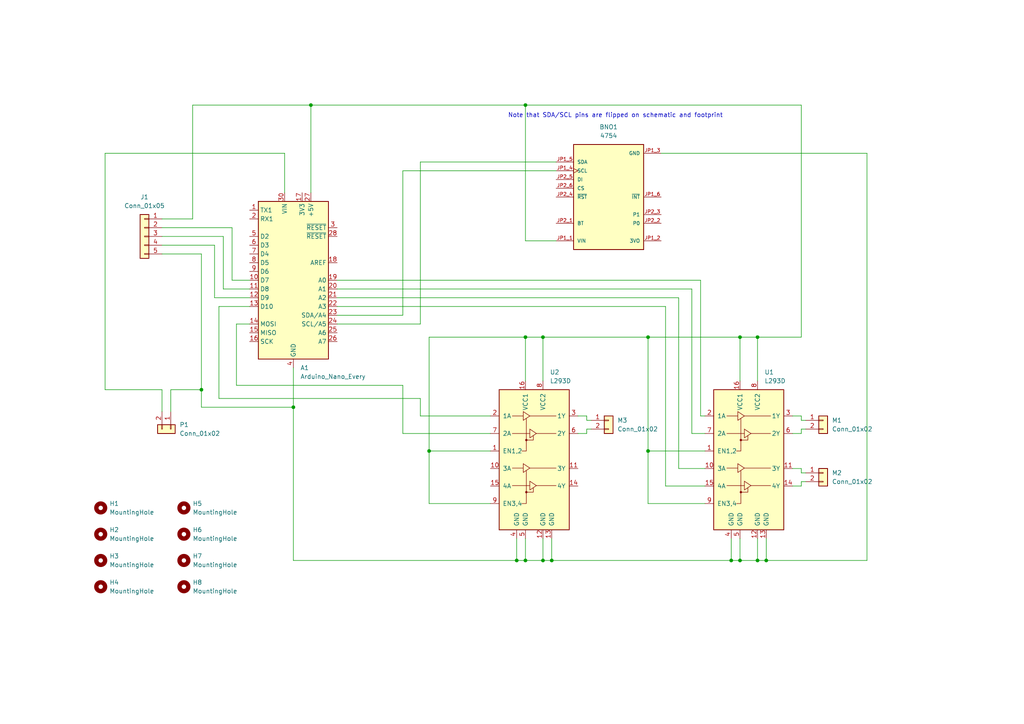
<source format=kicad_sch>
(kicad_sch (version 20211123) (generator eeschema)

  (uuid 6c7f5f91-564f-47d5-9a87-13eb90138f42)

  (paper "A4")

  (lib_symbols
    (symbol "Adafruit BNO055 Breakout:4754" (pin_names (offset 1.016)) (in_bom yes) (on_board yes)
      (property "Reference" "U" (id 0) (at -10.16 16.002 0)
        (effects (font (size 1.27 1.27)) (justify left bottom))
      )
      (property "Value" "4754" (id 1) (at -10.16 -17.78 0)
        (effects (font (size 1.27 1.27)) (justify left bottom))
      )
      (property "Footprint" "MODULE_4754" (id 2) (at 0 0 0)
        (effects (font (size 1.27 1.27)) (justify bottom) hide)
      )
      (property "Datasheet" "" (id 3) (at 0 0 0)
        (effects (font (size 1.27 1.27)) hide)
      )
      (property "MAXIMUM_PACKAGE_HEIGHT" "4.6mm" (id 4) (at 0 0 0)
        (effects (font (size 1.27 1.27)) (justify bottom) hide)
      )
      (property "STANDARD" "Manufacturer Recommendations" (id 5) (at 0 0 0)
        (effects (font (size 1.27 1.27)) (justify bottom) hide)
      )
      (property "SNAPEDA_PN" "4754" (id 6) (at 0 0 0)
        (effects (font (size 1.27 1.27)) (justify bottom) hide)
      )
      (property "PARTREV" "2021-03-16" (id 7) (at 0 0 0)
        (effects (font (size 1.27 1.27)) (justify bottom) hide)
      )
      (property "MANUFACTURER" "Adafruit" (id 8) (at 0 0 0)
        (effects (font (size 1.27 1.27)) (justify bottom) hide)
      )
      (symbol "4754_0_0"
        (rectangle (start -10.16 -15.24) (end 10.16 15.24)
          (stroke (width 0.254) (type default) (color 0 0 0 0))
          (fill (type background))
        )
        (pin input line (at -15.24 12.7 0) (length 5.08)
          (name "VIN" (effects (font (size 1.016 1.016))))
          (number "JP1_1" (effects (font (size 1.016 1.016))))
        )
        (pin output line (at 15.24 12.7 180) (length 5.08)
          (name "3VO" (effects (font (size 1.016 1.016))))
          (number "JP1_2" (effects (font (size 1.016 1.016))))
        )
        (pin power_in line (at 15.24 -12.7 180) (length 5.08)
          (name "GND" (effects (font (size 1.016 1.016))))
          (number "JP1_3" (effects (font (size 1.016 1.016))))
        )
        (pin bidirectional clock (at -15.24 -7.62 0) (length 5.08)
          (name "SCL" (effects (font (size 1.016 1.016))))
          (number "JP1_4" (effects (font (size 1.016 1.016))))
        )
        (pin bidirectional line (at -15.24 -10.16 0) (length 5.08)
          (name "SDA" (effects (font (size 1.016 1.016))))
          (number "JP1_5" (effects (font (size 1.016 1.016))))
        )
        (pin output line (at 15.24 0 180) (length 5.08)
          (name "~{INT}" (effects (font (size 1.016 1.016))))
          (number "JP1_6" (effects (font (size 1.016 1.016))))
        )
        (pin input line (at -15.24 7.62 0) (length 5.08)
          (name "BT" (effects (font (size 1.016 1.016))))
          (number "JP2_1" (effects (font (size 1.016 1.016))))
        )
        (pin bidirectional line (at 15.24 7.62 180) (length 5.08)
          (name "P0" (effects (font (size 1.016 1.016))))
          (number "JP2_2" (effects (font (size 1.016 1.016))))
        )
        (pin bidirectional line (at 15.24 5.08 180) (length 5.08)
          (name "P1" (effects (font (size 1.016 1.016))))
          (number "JP2_3" (effects (font (size 1.016 1.016))))
        )
        (pin input line (at -15.24 0 0) (length 5.08)
          (name "~{RST}" (effects (font (size 1.016 1.016))))
          (number "JP2_4" (effects (font (size 1.016 1.016))))
        )
        (pin input line (at -15.24 -5.08 0) (length 5.08)
          (name "DI" (effects (font (size 1.016 1.016))))
          (number "JP2_5" (effects (font (size 1.016 1.016))))
        )
        (pin input line (at -15.24 -2.54 0) (length 5.08)
          (name "CS" (effects (font (size 1.016 1.016))))
          (number "JP2_6" (effects (font (size 1.016 1.016))))
        )
      )
    )
    (symbol "Connector_Generic:Conn_01x02" (pin_names (offset 1.016) hide) (in_bom yes) (on_board yes)
      (property "Reference" "J" (id 0) (at 0 2.54 0)
        (effects (font (size 1.27 1.27)))
      )
      (property "Value" "Conn_01x02" (id 1) (at 0 -5.08 0)
        (effects (font (size 1.27 1.27)))
      )
      (property "Footprint" "" (id 2) (at 0 0 0)
        (effects (font (size 1.27 1.27)) hide)
      )
      (property "Datasheet" "~" (id 3) (at 0 0 0)
        (effects (font (size 1.27 1.27)) hide)
      )
      (property "ki_keywords" "connector" (id 4) (at 0 0 0)
        (effects (font (size 1.27 1.27)) hide)
      )
      (property "ki_description" "Generic connector, single row, 01x02, script generated (kicad-library-utils/schlib/autogen/connector/)" (id 5) (at 0 0 0)
        (effects (font (size 1.27 1.27)) hide)
      )
      (property "ki_fp_filters" "Connector*:*_1x??_*" (id 6) (at 0 0 0)
        (effects (font (size 1.27 1.27)) hide)
      )
      (symbol "Conn_01x02_1_1"
        (rectangle (start -1.27 -2.413) (end 0 -2.667)
          (stroke (width 0.1524) (type default) (color 0 0 0 0))
          (fill (type none))
        )
        (rectangle (start -1.27 0.127) (end 0 -0.127)
          (stroke (width 0.1524) (type default) (color 0 0 0 0))
          (fill (type none))
        )
        (rectangle (start -1.27 1.27) (end 1.27 -3.81)
          (stroke (width 0.254) (type default) (color 0 0 0 0))
          (fill (type background))
        )
        (pin passive line (at -5.08 0 0) (length 3.81)
          (name "Pin_1" (effects (font (size 1.27 1.27))))
          (number "1" (effects (font (size 1.27 1.27))))
        )
        (pin passive line (at -5.08 -2.54 0) (length 3.81)
          (name "Pin_2" (effects (font (size 1.27 1.27))))
          (number "2" (effects (font (size 1.27 1.27))))
        )
      )
    )
    (symbol "Connector_Generic:Conn_01x05" (pin_names (offset 1.016) hide) (in_bom yes) (on_board yes)
      (property "Reference" "J" (id 0) (at 0 7.62 0)
        (effects (font (size 1.27 1.27)))
      )
      (property "Value" "Conn_01x05" (id 1) (at 0 -7.62 0)
        (effects (font (size 1.27 1.27)))
      )
      (property "Footprint" "" (id 2) (at 0 0 0)
        (effects (font (size 1.27 1.27)) hide)
      )
      (property "Datasheet" "~" (id 3) (at 0 0 0)
        (effects (font (size 1.27 1.27)) hide)
      )
      (property "ki_keywords" "connector" (id 4) (at 0 0 0)
        (effects (font (size 1.27 1.27)) hide)
      )
      (property "ki_description" "Generic connector, single row, 01x05, script generated (kicad-library-utils/schlib/autogen/connector/)" (id 5) (at 0 0 0)
        (effects (font (size 1.27 1.27)) hide)
      )
      (property "ki_fp_filters" "Connector*:*_1x??_*" (id 6) (at 0 0 0)
        (effects (font (size 1.27 1.27)) hide)
      )
      (symbol "Conn_01x05_1_1"
        (rectangle (start -1.27 -4.953) (end 0 -5.207)
          (stroke (width 0.1524) (type default) (color 0 0 0 0))
          (fill (type none))
        )
        (rectangle (start -1.27 -2.413) (end 0 -2.667)
          (stroke (width 0.1524) (type default) (color 0 0 0 0))
          (fill (type none))
        )
        (rectangle (start -1.27 0.127) (end 0 -0.127)
          (stroke (width 0.1524) (type default) (color 0 0 0 0))
          (fill (type none))
        )
        (rectangle (start -1.27 2.667) (end 0 2.413)
          (stroke (width 0.1524) (type default) (color 0 0 0 0))
          (fill (type none))
        )
        (rectangle (start -1.27 5.207) (end 0 4.953)
          (stroke (width 0.1524) (type default) (color 0 0 0 0))
          (fill (type none))
        )
        (rectangle (start -1.27 6.35) (end 1.27 -6.35)
          (stroke (width 0.254) (type default) (color 0 0 0 0))
          (fill (type background))
        )
        (pin passive line (at -5.08 5.08 0) (length 3.81)
          (name "Pin_1" (effects (font (size 1.27 1.27))))
          (number "1" (effects (font (size 1.27 1.27))))
        )
        (pin passive line (at -5.08 2.54 0) (length 3.81)
          (name "Pin_2" (effects (font (size 1.27 1.27))))
          (number "2" (effects (font (size 1.27 1.27))))
        )
        (pin passive line (at -5.08 0 0) (length 3.81)
          (name "Pin_3" (effects (font (size 1.27 1.27))))
          (number "3" (effects (font (size 1.27 1.27))))
        )
        (pin passive line (at -5.08 -2.54 0) (length 3.81)
          (name "Pin_4" (effects (font (size 1.27 1.27))))
          (number "4" (effects (font (size 1.27 1.27))))
        )
        (pin passive line (at -5.08 -5.08 0) (length 3.81)
          (name "Pin_5" (effects (font (size 1.27 1.27))))
          (number "5" (effects (font (size 1.27 1.27))))
        )
      )
    )
    (symbol "Driver_Motor:L293D" (pin_names (offset 1.016)) (in_bom yes) (on_board yes)
      (property "Reference" "U" (id 0) (at -5.08 26.035 0)
        (effects (font (size 1.27 1.27)) (justify right))
      )
      (property "Value" "L293D" (id 1) (at -5.08 24.13 0)
        (effects (font (size 1.27 1.27)) (justify right))
      )
      (property "Footprint" "Package_DIP:DIP-16_W7.62mm" (id 2) (at 6.35 -19.05 0)
        (effects (font (size 1.27 1.27)) (justify left) hide)
      )
      (property "Datasheet" "http://www.ti.com/lit/ds/symlink/l293.pdf" (id 3) (at -7.62 17.78 0)
        (effects (font (size 1.27 1.27)) hide)
      )
      (property "ki_keywords" "Half-H Driver Motor" (id 4) (at 0 0 0)
        (effects (font (size 1.27 1.27)) hide)
      )
      (property "ki_description" "Quadruple Half-H Drivers" (id 5) (at 0 0 0)
        (effects (font (size 1.27 1.27)) hide)
      )
      (property "ki_fp_filters" "DIP*W7.62mm*" (id 6) (at 0 0 0)
        (effects (font (size 1.27 1.27)) hide)
      )
      (symbol "L293D_0_1"
        (rectangle (start -10.16 22.86) (end 10.16 -17.78)
          (stroke (width 0.254) (type default) (color 0 0 0 0))
          (fill (type background))
        )
        (circle (center -2.286 -6.858) (radius 0.254)
          (stroke (width 0) (type default) (color 0 0 0 0))
          (fill (type outline))
        )
        (circle (center -2.286 8.255) (radius 0.254)
          (stroke (width 0) (type default) (color 0 0 0 0))
          (fill (type outline))
        )
        (polyline
          (pts
            (xy -6.35 -4.953)
            (xy -1.27 -4.953)
          )
          (stroke (width 0) (type default) (color 0 0 0 0))
          (fill (type none))
        )
        (polyline
          (pts
            (xy -6.35 0.127)
            (xy -3.175 0.127)
          )
          (stroke (width 0) (type default) (color 0 0 0 0))
          (fill (type none))
        )
        (polyline
          (pts
            (xy -6.35 10.16)
            (xy -1.27 10.16)
          )
          (stroke (width 0) (type default) (color 0 0 0 0))
          (fill (type none))
        )
        (polyline
          (pts
            (xy -6.35 15.24)
            (xy -3.175 15.24)
          )
          (stroke (width 0) (type default) (color 0 0 0 0))
          (fill (type none))
        )
        (polyline
          (pts
            (xy -1.27 0.127)
            (xy 6.35 0.127)
          )
          (stroke (width 0) (type default) (color 0 0 0 0))
          (fill (type none))
        )
        (polyline
          (pts
            (xy -1.27 15.24)
            (xy 6.35 15.24)
          )
          (stroke (width 0) (type default) (color 0 0 0 0))
          (fill (type none))
        )
        (polyline
          (pts
            (xy 0.635 -4.953)
            (xy 6.35 -4.953)
          )
          (stroke (width 0) (type default) (color 0 0 0 0))
          (fill (type none))
        )
        (polyline
          (pts
            (xy 0.635 10.16)
            (xy 6.35 10.16)
          )
          (stroke (width 0) (type default) (color 0 0 0 0))
          (fill (type none))
        )
        (polyline
          (pts
            (xy -2.286 -6.858)
            (xy -0.254 -6.858)
            (xy -0.254 -5.588)
          )
          (stroke (width 0) (type default) (color 0 0 0 0))
          (fill (type none))
        )
        (polyline
          (pts
            (xy -2.286 -0.635)
            (xy -2.286 -10.16)
            (xy -3.556 -10.16)
          )
          (stroke (width 0) (type default) (color 0 0 0 0))
          (fill (type none))
        )
        (polyline
          (pts
            (xy -2.286 8.255)
            (xy -0.254 8.255)
            (xy -0.254 9.525)
          )
          (stroke (width 0) (type default) (color 0 0 0 0))
          (fill (type none))
        )
        (polyline
          (pts
            (xy -2.286 14.478)
            (xy -2.286 5.08)
            (xy -3.556 5.08)
          )
          (stroke (width 0) (type default) (color 0 0 0 0))
          (fill (type none))
        )
        (polyline
          (pts
            (xy -3.175 1.397)
            (xy -3.175 -1.143)
            (xy -1.27 0.127)
            (xy -3.175 1.397)
          )
          (stroke (width 0) (type default) (color 0 0 0 0))
          (fill (type none))
        )
        (polyline
          (pts
            (xy -3.175 16.51)
            (xy -3.175 13.97)
            (xy -1.27 15.24)
            (xy -3.175 16.51)
          )
          (stroke (width 0) (type default) (color 0 0 0 0))
          (fill (type none))
        )
        (polyline
          (pts
            (xy -1.27 -3.683)
            (xy -1.27 -6.223)
            (xy 0.635 -4.953)
            (xy -1.27 -3.683)
          )
          (stroke (width 0) (type default) (color 0 0 0 0))
          (fill (type none))
        )
        (polyline
          (pts
            (xy -1.27 11.43)
            (xy -1.27 8.89)
            (xy 0.635 10.16)
            (xy -1.27 11.43)
          )
          (stroke (width 0) (type default) (color 0 0 0 0))
          (fill (type none))
        )
      )
      (symbol "L293D_1_1"
        (pin input line (at -12.7 5.08 0) (length 2.54)
          (name "EN1,2" (effects (font (size 1.27 1.27))))
          (number "1" (effects (font (size 1.27 1.27))))
        )
        (pin input line (at -12.7 0 0) (length 2.54)
          (name "3A" (effects (font (size 1.27 1.27))))
          (number "10" (effects (font (size 1.27 1.27))))
        )
        (pin output line (at 12.7 0 180) (length 2.54)
          (name "3Y" (effects (font (size 1.27 1.27))))
          (number "11" (effects (font (size 1.27 1.27))))
        )
        (pin power_in line (at 2.54 -20.32 90) (length 2.54)
          (name "GND" (effects (font (size 1.27 1.27))))
          (number "12" (effects (font (size 1.27 1.27))))
        )
        (pin power_in line (at 5.08 -20.32 90) (length 2.54)
          (name "GND" (effects (font (size 1.27 1.27))))
          (number "13" (effects (font (size 1.27 1.27))))
        )
        (pin output line (at 12.7 -5.08 180) (length 2.54)
          (name "4Y" (effects (font (size 1.27 1.27))))
          (number "14" (effects (font (size 1.27 1.27))))
        )
        (pin input line (at -12.7 -5.08 0) (length 2.54)
          (name "4A" (effects (font (size 1.27 1.27))))
          (number "15" (effects (font (size 1.27 1.27))))
        )
        (pin power_in line (at -2.54 25.4 270) (length 2.54)
          (name "VCC1" (effects (font (size 1.27 1.27))))
          (number "16" (effects (font (size 1.27 1.27))))
        )
        (pin input line (at -12.7 15.24 0) (length 2.54)
          (name "1A" (effects (font (size 1.27 1.27))))
          (number "2" (effects (font (size 1.27 1.27))))
        )
        (pin output line (at 12.7 15.24 180) (length 2.54)
          (name "1Y" (effects (font (size 1.27 1.27))))
          (number "3" (effects (font (size 1.27 1.27))))
        )
        (pin power_in line (at -5.08 -20.32 90) (length 2.54)
          (name "GND" (effects (font (size 1.27 1.27))))
          (number "4" (effects (font (size 1.27 1.27))))
        )
        (pin power_in line (at -2.54 -20.32 90) (length 2.54)
          (name "GND" (effects (font (size 1.27 1.27))))
          (number "5" (effects (font (size 1.27 1.27))))
        )
        (pin output line (at 12.7 10.16 180) (length 2.54)
          (name "2Y" (effects (font (size 1.27 1.27))))
          (number "6" (effects (font (size 1.27 1.27))))
        )
        (pin input line (at -12.7 10.16 0) (length 2.54)
          (name "2A" (effects (font (size 1.27 1.27))))
          (number "7" (effects (font (size 1.27 1.27))))
        )
        (pin power_in line (at 2.54 25.4 270) (length 2.54)
          (name "VCC2" (effects (font (size 1.27 1.27))))
          (number "8" (effects (font (size 1.27 1.27))))
        )
        (pin input line (at -12.7 -10.16 0) (length 2.54)
          (name "EN3,4" (effects (font (size 1.27 1.27))))
          (number "9" (effects (font (size 1.27 1.27))))
        )
      )
    )
    (symbol "MCU_Module:Arduino_Nano_Every" (in_bom yes) (on_board yes)
      (property "Reference" "A" (id 0) (at -10.16 23.495 0)
        (effects (font (size 1.27 1.27)) (justify left bottom))
      )
      (property "Value" "Arduino_Nano_Every" (id 1) (at 5.08 -24.13 0)
        (effects (font (size 1.27 1.27)) (justify left top))
      )
      (property "Footprint" "Module:Arduino_Nano" (id 2) (at 0 0 0)
        (effects (font (size 1.27 1.27) italic) hide)
      )
      (property "Datasheet" "https://content.arduino.cc/assets/NANOEveryV3.0_sch.pdf" (id 3) (at 0 0 0)
        (effects (font (size 1.27 1.27)) hide)
      )
      (property "ki_keywords" "Arduino nano microcontroller module USB UPDI AATMega4809 AVR" (id 4) (at 0 0 0)
        (effects (font (size 1.27 1.27)) hide)
      )
      (property "ki_description" "Arduino Nano Every" (id 5) (at 0 0 0)
        (effects (font (size 1.27 1.27)) hide)
      )
      (property "ki_fp_filters" "Arduino*Nano*" (id 6) (at 0 0 0)
        (effects (font (size 1.27 1.27)) hide)
      )
      (symbol "Arduino_Nano_Every_0_1"
        (rectangle (start -10.16 22.86) (end 10.16 -22.86)
          (stroke (width 0.254) (type default) (color 0 0 0 0))
          (fill (type background))
        )
      )
      (symbol "Arduino_Nano_Every_1_1"
        (pin bidirectional line (at -12.7 20.32 0) (length 2.54)
          (name "TX1" (effects (font (size 1.27 1.27))))
          (number "1" (effects (font (size 1.27 1.27))))
        )
        (pin bidirectional line (at -12.7 0 0) (length 2.54)
          (name "D7" (effects (font (size 1.27 1.27))))
          (number "10" (effects (font (size 1.27 1.27))))
        )
        (pin bidirectional line (at -12.7 -2.54 0) (length 2.54)
          (name "D8" (effects (font (size 1.27 1.27))))
          (number "11" (effects (font (size 1.27 1.27))))
        )
        (pin bidirectional line (at -12.7 -5.08 0) (length 2.54)
          (name "D9" (effects (font (size 1.27 1.27))))
          (number "12" (effects (font (size 1.27 1.27))))
        )
        (pin bidirectional line (at -12.7 -7.62 0) (length 2.54)
          (name "D10" (effects (font (size 1.27 1.27))))
          (number "13" (effects (font (size 1.27 1.27))))
        )
        (pin bidirectional line (at -12.7 -12.7 0) (length 2.54)
          (name "MOSI" (effects (font (size 1.27 1.27))))
          (number "14" (effects (font (size 1.27 1.27))))
        )
        (pin bidirectional line (at -12.7 -15.24 0) (length 2.54)
          (name "MISO" (effects (font (size 1.27 1.27))))
          (number "15" (effects (font (size 1.27 1.27))))
        )
        (pin bidirectional line (at -12.7 -17.78 0) (length 2.54)
          (name "SCK" (effects (font (size 1.27 1.27))))
          (number "16" (effects (font (size 1.27 1.27))))
        )
        (pin power_out line (at 2.54 25.4 270) (length 2.54)
          (name "3V3" (effects (font (size 1.27 1.27))))
          (number "17" (effects (font (size 1.27 1.27))))
        )
        (pin input line (at 12.7 5.08 180) (length 2.54)
          (name "AREF" (effects (font (size 1.27 1.27))))
          (number "18" (effects (font (size 1.27 1.27))))
        )
        (pin bidirectional line (at 12.7 0 180) (length 2.54)
          (name "A0" (effects (font (size 1.27 1.27))))
          (number "19" (effects (font (size 1.27 1.27))))
        )
        (pin bidirectional line (at -12.7 17.78 0) (length 2.54)
          (name "RX1" (effects (font (size 1.27 1.27))))
          (number "2" (effects (font (size 1.27 1.27))))
        )
        (pin bidirectional line (at 12.7 -2.54 180) (length 2.54)
          (name "A1" (effects (font (size 1.27 1.27))))
          (number "20" (effects (font (size 1.27 1.27))))
        )
        (pin bidirectional line (at 12.7 -5.08 180) (length 2.54)
          (name "A2" (effects (font (size 1.27 1.27))))
          (number "21" (effects (font (size 1.27 1.27))))
        )
        (pin bidirectional line (at 12.7 -7.62 180) (length 2.54)
          (name "A3" (effects (font (size 1.27 1.27))))
          (number "22" (effects (font (size 1.27 1.27))))
        )
        (pin bidirectional line (at 12.7 -10.16 180) (length 2.54)
          (name "SDA/A4" (effects (font (size 1.27 1.27))))
          (number "23" (effects (font (size 1.27 1.27))))
        )
        (pin bidirectional line (at 12.7 -12.7 180) (length 2.54)
          (name "SCL/A5" (effects (font (size 1.27 1.27))))
          (number "24" (effects (font (size 1.27 1.27))))
        )
        (pin bidirectional line (at 12.7 -15.24 180) (length 2.54)
          (name "A6" (effects (font (size 1.27 1.27))))
          (number "25" (effects (font (size 1.27 1.27))))
        )
        (pin bidirectional line (at 12.7 -17.78 180) (length 2.54)
          (name "A7" (effects (font (size 1.27 1.27))))
          (number "26" (effects (font (size 1.27 1.27))))
        )
        (pin power_out line (at 5.08 25.4 270) (length 2.54)
          (name "+5V" (effects (font (size 1.27 1.27))))
          (number "27" (effects (font (size 1.27 1.27))))
        )
        (pin input line (at 12.7 12.7 180) (length 2.54)
          (name "~{RESET}" (effects (font (size 1.27 1.27))))
          (number "28" (effects (font (size 1.27 1.27))))
        )
        (pin passive line (at 0 -25.4 90) (length 2.54) hide
          (name "GND" (effects (font (size 1.27 1.27))))
          (number "29" (effects (font (size 1.27 1.27))))
        )
        (pin input line (at 12.7 15.24 180) (length 2.54)
          (name "~{RESET}" (effects (font (size 1.27 1.27))))
          (number "3" (effects (font (size 1.27 1.27))))
        )
        (pin power_in line (at -2.54 25.4 270) (length 2.54)
          (name "VIN" (effects (font (size 1.27 1.27))))
          (number "30" (effects (font (size 1.27 1.27))))
        )
        (pin power_in line (at 0 -25.4 90) (length 2.54)
          (name "GND" (effects (font (size 1.27 1.27))))
          (number "4" (effects (font (size 1.27 1.27))))
        )
        (pin bidirectional line (at -12.7 12.7 0) (length 2.54)
          (name "D2" (effects (font (size 1.27 1.27))))
          (number "5" (effects (font (size 1.27 1.27))))
        )
        (pin bidirectional line (at -12.7 10.16 0) (length 2.54)
          (name "D3" (effects (font (size 1.27 1.27))))
          (number "6" (effects (font (size 1.27 1.27))))
        )
        (pin bidirectional line (at -12.7 7.62 0) (length 2.54)
          (name "D4" (effects (font (size 1.27 1.27))))
          (number "7" (effects (font (size 1.27 1.27))))
        )
        (pin bidirectional line (at -12.7 5.08 0) (length 2.54)
          (name "D5" (effects (font (size 1.27 1.27))))
          (number "8" (effects (font (size 1.27 1.27))))
        )
        (pin bidirectional line (at -12.7 2.54 0) (length 2.54)
          (name "D6" (effects (font (size 1.27 1.27))))
          (number "9" (effects (font (size 1.27 1.27))))
        )
      )
    )
    (symbol "Mechanical:MountingHole" (pin_names (offset 1.016)) (in_bom yes) (on_board yes)
      (property "Reference" "H" (id 0) (at 0 5.08 0)
        (effects (font (size 1.27 1.27)))
      )
      (property "Value" "MountingHole" (id 1) (at 0 3.175 0)
        (effects (font (size 1.27 1.27)))
      )
      (property "Footprint" "" (id 2) (at 0 0 0)
        (effects (font (size 1.27 1.27)) hide)
      )
      (property "Datasheet" "~" (id 3) (at 0 0 0)
        (effects (font (size 1.27 1.27)) hide)
      )
      (property "ki_keywords" "mounting hole" (id 4) (at 0 0 0)
        (effects (font (size 1.27 1.27)) hide)
      )
      (property "ki_description" "Mounting Hole without connection" (id 5) (at 0 0 0)
        (effects (font (size 1.27 1.27)) hide)
      )
      (property "ki_fp_filters" "MountingHole*" (id 6) (at 0 0 0)
        (effects (font (size 1.27 1.27)) hide)
      )
      (symbol "MountingHole_0_1"
        (circle (center 0 0) (radius 1.27)
          (stroke (width 1.27) (type default) (color 0 0 0 0))
          (fill (type none))
        )
      )
    )
  )

  (junction (at 152.4 30.48) (diameter 0) (color 0 0 0 0)
    (uuid 18040abd-ac7d-46f2-bc8c-c85b0bff8ed5)
  )
  (junction (at 152.4 162.56) (diameter 0) (color 0 0 0 0)
    (uuid 1f68fad0-5723-4488-8121-1b43c1687ce6)
  )
  (junction (at 187.96 130.81) (diameter 0) (color 0 0 0 0)
    (uuid 47aba67f-53ff-40de-a5ad-45d7464e3b3e)
  )
  (junction (at 157.48 162.56) (diameter 0) (color 0 0 0 0)
    (uuid 4afedc0f-5db1-4f9c-9e01-d911a9924ed2)
  )
  (junction (at 219.71 162.56) (diameter 0) (color 0 0 0 0)
    (uuid 4e151272-992e-4dc3-aa56-2e0ec672e172)
  )
  (junction (at 212.09 162.56) (diameter 0) (color 0 0 0 0)
    (uuid 601bb9a5-ee51-4350-aee5-9f6fc9c3863e)
  )
  (junction (at 90.17 30.48) (diameter 0) (color 0 0 0 0)
    (uuid 66096b7e-a674-4d92-8278-2361c604b34c)
  )
  (junction (at 124.46 130.81) (diameter 0) (color 0 0 0 0)
    (uuid 6f1dc823-9add-422c-a647-efe8112f8e93)
  )
  (junction (at 187.96 97.79) (diameter 0) (color 0 0 0 0)
    (uuid 7626b27a-3098-4749-b811-2ad3e8ec2a8c)
  )
  (junction (at 160.02 162.56) (diameter 0) (color 0 0 0 0)
    (uuid 7ff45c41-4085-4e64-b8c7-a81fe10bc9cc)
  )
  (junction (at 157.48 97.79) (diameter 0) (color 0 0 0 0)
    (uuid 8708cbd4-ce49-4335-965e-10ad8f07b181)
  )
  (junction (at 219.71 97.79) (diameter 0) (color 0 0 0 0)
    (uuid 9d323be9-ab21-469c-8e84-ee02c8deed49)
  )
  (junction (at 214.63 97.79) (diameter 0) (color 0 0 0 0)
    (uuid ab34dd7c-ec35-4e41-8883-9fe77eeae70d)
  )
  (junction (at 222.25 162.56) (diameter 0) (color 0 0 0 0)
    (uuid b2e8abd2-9eef-44e1-b126-2306b68833d6)
  )
  (junction (at 85.09 118.11) (diameter 0) (color 0 0 0 0)
    (uuid b58c90f9-c58d-4571-9450-734c6356f505)
  )
  (junction (at 149.86 162.56) (diameter 0) (color 0 0 0 0)
    (uuid b5a9de42-a982-4610-aae2-37544eba5fa5)
  )
  (junction (at 152.4 97.79) (diameter 0) (color 0 0 0 0)
    (uuid c9192dee-53e8-48fb-9cc3-e245b777bcbc)
  )
  (junction (at 58.42 113.03) (diameter 0) (color 0 0 0 0)
    (uuid ced6e0aa-f9fb-4772-86dd-0ff8e9e4b181)
  )
  (junction (at 214.63 162.56) (diameter 0) (color 0 0 0 0)
    (uuid f1b5f003-1961-4182-96fe-73e62adf7704)
  )

  (wire (pts (xy 193.04 88.9) (xy 97.79 88.9))
    (stroke (width 0) (type default) (color 0 0 0 0))
    (uuid 0225b381-39cc-44a0-ad7f-839cd39f85cc)
  )
  (wire (pts (xy 124.46 130.81) (xy 142.24 130.81))
    (stroke (width 0) (type default) (color 0 0 0 0))
    (uuid 03f0c967-82d9-43f0-b2a0-c9b42747cdd6)
  )
  (wire (pts (xy 196.85 135.89) (xy 204.47 135.89))
    (stroke (width 0) (type default) (color 0 0 0 0))
    (uuid 053ee187-c5d7-465c-a4c1-e18a73b5ebf3)
  )
  (wire (pts (xy 124.46 146.05) (xy 124.46 130.81))
    (stroke (width 0) (type default) (color 0 0 0 0))
    (uuid 0601a26f-3525-4d47-acfa-4a88501def01)
  )
  (wire (pts (xy 58.42 73.66) (xy 46.99 73.66))
    (stroke (width 0) (type default) (color 0 0 0 0))
    (uuid 07690cae-e7d2-47a3-b891-0f9a296ded7b)
  )
  (wire (pts (xy 219.71 97.79) (xy 232.41 97.79))
    (stroke (width 0) (type default) (color 0 0 0 0))
    (uuid 0d527792-dea3-4c62-b15b-3e0f0b2e3169)
  )
  (wire (pts (xy 124.46 97.79) (xy 152.4 97.79))
    (stroke (width 0) (type default) (color 0 0 0 0))
    (uuid 0fe69493-9e23-47e0-a475-5d23c59a7014)
  )
  (wire (pts (xy 157.48 156.21) (xy 157.48 162.56))
    (stroke (width 0) (type default) (color 0 0 0 0))
    (uuid 13ae91f2-d19b-4fb0-9c38-97d663ceab7f)
  )
  (wire (pts (xy 97.79 93.98) (xy 121.92 93.98))
    (stroke (width 0) (type default) (color 0 0 0 0))
    (uuid 165750ec-b107-4b07-bd71-6a92d100bb59)
  )
  (wire (pts (xy 46.99 63.5) (xy 55.88 63.5))
    (stroke (width 0) (type default) (color 0 0 0 0))
    (uuid 1f3f0237-15c3-4218-a681-8f6850ad8683)
  )
  (wire (pts (xy 232.41 137.16) (xy 233.68 137.16))
    (stroke (width 0) (type default) (color 0 0 0 0))
    (uuid 285bfe0f-b68a-42c4-a54a-7f170e1bfbb0)
  )
  (wire (pts (xy 229.87 140.97) (xy 232.41 140.97))
    (stroke (width 0) (type default) (color 0 0 0 0))
    (uuid 28c885cd-2dd2-4ad4-84b2-4fbf616b487a)
  )
  (wire (pts (xy 72.39 81.28) (xy 67.31 81.28))
    (stroke (width 0) (type default) (color 0 0 0 0))
    (uuid 296eebe0-2cdf-497f-8fbd-c8a785b5bf7f)
  )
  (wire (pts (xy 121.92 115.57) (xy 121.92 120.65))
    (stroke (width 0) (type default) (color 0 0 0 0))
    (uuid 29859592-0854-4b53-ac24-66279c3cfff1)
  )
  (wire (pts (xy 232.41 135.89) (xy 232.41 137.16))
    (stroke (width 0) (type default) (color 0 0 0 0))
    (uuid 2b430b3f-a0be-4daa-9096-582b0a3c4c71)
  )
  (wire (pts (xy 97.79 86.36) (xy 196.85 86.36))
    (stroke (width 0) (type default) (color 0 0 0 0))
    (uuid 326a20a9-ade2-4b8a-b3f9-517261230db9)
  )
  (wire (pts (xy 30.48 44.45) (xy 30.48 113.03))
    (stroke (width 0) (type default) (color 0 0 0 0))
    (uuid 34cc8c41-9c70-4f83-b699-8aacf767849f)
  )
  (wire (pts (xy 152.4 156.21) (xy 152.4 162.56))
    (stroke (width 0) (type default) (color 0 0 0 0))
    (uuid 36ecd850-e865-494b-b549-76f6009d97c9)
  )
  (wire (pts (xy 219.71 162.56) (xy 222.25 162.56))
    (stroke (width 0) (type default) (color 0 0 0 0))
    (uuid 377e58cf-48ba-42b5-9b76-4f1e4583ba43)
  )
  (wire (pts (xy 204.47 125.73) (xy 200.66 125.73))
    (stroke (width 0) (type default) (color 0 0 0 0))
    (uuid 393e8be2-f7bb-47b3-8924-665f2fbd49f9)
  )
  (wire (pts (xy 124.46 130.81) (xy 124.46 97.79))
    (stroke (width 0) (type default) (color 0 0 0 0))
    (uuid 3aea0a2b-5617-46ed-b264-756882576a9f)
  )
  (wire (pts (xy 97.79 81.28) (xy 203.2 81.28))
    (stroke (width 0) (type default) (color 0 0 0 0))
    (uuid 3caaa61f-4e6a-4e13-920f-0111dfe5f7c2)
  )
  (wire (pts (xy 219.71 156.21) (xy 219.71 162.56))
    (stroke (width 0) (type default) (color 0 0 0 0))
    (uuid 439d9c8b-e6f5-4da2-aa7d-2bc99927b658)
  )
  (wire (pts (xy 149.86 156.21) (xy 149.86 162.56))
    (stroke (width 0) (type default) (color 0 0 0 0))
    (uuid 44060dab-4e14-4968-9468-d189155b7496)
  )
  (wire (pts (xy 160.02 162.56) (xy 212.09 162.56))
    (stroke (width 0) (type default) (color 0 0 0 0))
    (uuid 46242b95-7ccd-4257-a60b-162fc07309fe)
  )
  (wire (pts (xy 116.84 125.73) (xy 142.24 125.73))
    (stroke (width 0) (type default) (color 0 0 0 0))
    (uuid 493d1dc5-80a2-4dc4-b3d7-5f34beb5b9be)
  )
  (wire (pts (xy 58.42 113.03) (xy 58.42 73.66))
    (stroke (width 0) (type default) (color 0 0 0 0))
    (uuid 4e4aabb9-fbc2-4946-9e60-095ed452d533)
  )
  (wire (pts (xy 116.84 49.53) (xy 161.29 49.53))
    (stroke (width 0) (type default) (color 0 0 0 0))
    (uuid 51e503a3-9326-4662-bb1f-fdbc851c3c9e)
  )
  (wire (pts (xy 68.58 93.98) (xy 68.58 111.76))
    (stroke (width 0) (type default) (color 0 0 0 0))
    (uuid 56a10e80-5d72-4e1a-acaf-42fff5ee46f3)
  )
  (wire (pts (xy 167.64 120.65) (xy 170.18 120.65))
    (stroke (width 0) (type default) (color 0 0 0 0))
    (uuid 59f472d7-4a38-4dfa-bab8-4eca58239b58)
  )
  (wire (pts (xy 187.96 130.81) (xy 204.47 130.81))
    (stroke (width 0) (type default) (color 0 0 0 0))
    (uuid 5afb83ce-4554-41f7-9c6f-3093023b6513)
  )
  (wire (pts (xy 152.4 30.48) (xy 232.41 30.48))
    (stroke (width 0) (type default) (color 0 0 0 0))
    (uuid 5bb50623-146e-43af-a103-fe7fc542d72b)
  )
  (wire (pts (xy 193.04 140.97) (xy 193.04 88.9))
    (stroke (width 0) (type default) (color 0 0 0 0))
    (uuid 5d4cbb52-b2fb-484e-8685-3e1cafa2f107)
  )
  (wire (pts (xy 219.71 97.79) (xy 219.71 110.49))
    (stroke (width 0) (type default) (color 0 0 0 0))
    (uuid 5da1f130-7a1c-4dca-b145-a64df33dc1ea)
  )
  (wire (pts (xy 251.46 44.45) (xy 251.46 162.56))
    (stroke (width 0) (type default) (color 0 0 0 0))
    (uuid 5e579cdb-6eab-42a7-86ef-edc8f637ac25)
  )
  (wire (pts (xy 121.92 46.99) (xy 161.29 46.99))
    (stroke (width 0) (type default) (color 0 0 0 0))
    (uuid 6415f396-a274-4549-9581-2c3c4c5e2c1a)
  )
  (wire (pts (xy 85.09 106.68) (xy 85.09 118.11))
    (stroke (width 0) (type default) (color 0 0 0 0))
    (uuid 66ed94b2-33d0-4572-a318-9df3a63ab920)
  )
  (wire (pts (xy 167.64 125.73) (xy 170.18 125.73))
    (stroke (width 0) (type default) (color 0 0 0 0))
    (uuid 670ddc89-0cc3-4e3c-ba15-43a9ec6e0093)
  )
  (wire (pts (xy 214.63 97.79) (xy 214.63 110.49))
    (stroke (width 0) (type default) (color 0 0 0 0))
    (uuid 696dbe53-3cf8-41fa-9243-94234f204d08)
  )
  (wire (pts (xy 116.84 49.53) (xy 116.84 91.44))
    (stroke (width 0) (type default) (color 0 0 0 0))
    (uuid 69920704-4cb7-4bc7-984d-63591da1b432)
  )
  (wire (pts (xy 232.41 125.73) (xy 232.41 124.46))
    (stroke (width 0) (type default) (color 0 0 0 0))
    (uuid 6c740b65-9067-423a-99d2-6f1c6ccf710c)
  )
  (wire (pts (xy 232.41 121.92) (xy 233.68 121.92))
    (stroke (width 0) (type default) (color 0 0 0 0))
    (uuid 6e6366a2-70c9-4d99-a7d4-6735797f61de)
  )
  (wire (pts (xy 85.09 118.11) (xy 58.42 118.11))
    (stroke (width 0) (type default) (color 0 0 0 0))
    (uuid 6f942692-53c6-441d-a0ec-f85225a0f42a)
  )
  (wire (pts (xy 152.4 162.56) (xy 157.48 162.56))
    (stroke (width 0) (type default) (color 0 0 0 0))
    (uuid 7297063c-2afb-4e7b-acea-a6cca68712ec)
  )
  (wire (pts (xy 157.48 110.49) (xy 157.48 97.79))
    (stroke (width 0) (type default) (color 0 0 0 0))
    (uuid 74ef9bab-e7b0-4589-beaa-0496bea33398)
  )
  (wire (pts (xy 232.41 97.79) (xy 232.41 30.48))
    (stroke (width 0) (type default) (color 0 0 0 0))
    (uuid 75543a5c-8124-4e52-a101-f761467409f4)
  )
  (wire (pts (xy 200.66 125.73) (xy 200.66 83.82))
    (stroke (width 0) (type default) (color 0 0 0 0))
    (uuid 7707919e-dafe-4b46-b4b7-b819f8cbc860)
  )
  (wire (pts (xy 222.25 156.21) (xy 222.25 162.56))
    (stroke (width 0) (type default) (color 0 0 0 0))
    (uuid 7a52d326-478a-4c01-8f0a-65289781680d)
  )
  (wire (pts (xy 72.39 83.82) (xy 64.77 83.82))
    (stroke (width 0) (type default) (color 0 0 0 0))
    (uuid 7a5cb900-c496-4688-9de1-7fcae6660c92)
  )
  (wire (pts (xy 90.17 30.48) (xy 152.4 30.48))
    (stroke (width 0) (type default) (color 0 0 0 0))
    (uuid 7db0160f-075b-4fe8-9c3a-71e824af0c37)
  )
  (wire (pts (xy 67.31 66.04) (xy 46.99 66.04))
    (stroke (width 0) (type default) (color 0 0 0 0))
    (uuid 82998ef6-93a9-41d1-9046-a0d8b0769781)
  )
  (wire (pts (xy 58.42 113.03) (xy 49.53 113.03))
    (stroke (width 0) (type default) (color 0 0 0 0))
    (uuid 85a1e9d5-ea16-43ac-b6b0-2054a387aa9f)
  )
  (wire (pts (xy 232.41 120.65) (xy 232.41 121.92))
    (stroke (width 0) (type default) (color 0 0 0 0))
    (uuid 8ae4593a-9dbd-46ad-b6ea-f125f1767c98)
  )
  (wire (pts (xy 214.63 97.79) (xy 219.71 97.79))
    (stroke (width 0) (type default) (color 0 0 0 0))
    (uuid 91e22553-de1b-440f-be5e-81b0feb154a5)
  )
  (wire (pts (xy 90.17 55.88) (xy 90.17 30.48))
    (stroke (width 0) (type default) (color 0 0 0 0))
    (uuid 927ff523-32f9-45e4-81f5-c20cebde3525)
  )
  (wire (pts (xy 63.5 88.9) (xy 63.5 115.57))
    (stroke (width 0) (type default) (color 0 0 0 0))
    (uuid 9503cd05-868f-491d-98d6-8469e4011002)
  )
  (wire (pts (xy 157.48 97.79) (xy 187.96 97.79))
    (stroke (width 0) (type default) (color 0 0 0 0))
    (uuid 9753522e-528e-4790-8085-6a23d28fd6e2)
  )
  (wire (pts (xy 214.63 156.21) (xy 214.63 162.56))
    (stroke (width 0) (type default) (color 0 0 0 0))
    (uuid 9785c65d-289d-4d23-a6a5-4c6705de29e0)
  )
  (wire (pts (xy 72.39 93.98) (xy 68.58 93.98))
    (stroke (width 0) (type default) (color 0 0 0 0))
    (uuid 985d70e1-0061-4984-830b-735ad964ad37)
  )
  (wire (pts (xy 121.92 46.99) (xy 121.92 93.98))
    (stroke (width 0) (type default) (color 0 0 0 0))
    (uuid 9a294e75-bd1c-49d3-b50b-620d3f9aa323)
  )
  (wire (pts (xy 55.88 63.5) (xy 55.88 30.48))
    (stroke (width 0) (type default) (color 0 0 0 0))
    (uuid 9a2b49e9-a48a-4644-8aa6-9fd1702c1b5b)
  )
  (wire (pts (xy 160.02 156.21) (xy 160.02 162.56))
    (stroke (width 0) (type default) (color 0 0 0 0))
    (uuid 9aa7e7e7-133c-4b11-91f2-23732869b98a)
  )
  (wire (pts (xy 85.09 162.56) (xy 149.86 162.56))
    (stroke (width 0) (type default) (color 0 0 0 0))
    (uuid 9b32143d-70d9-405d-986f-96a4581139c6)
  )
  (wire (pts (xy 204.47 140.97) (xy 193.04 140.97))
    (stroke (width 0) (type default) (color 0 0 0 0))
    (uuid 9b7a8c76-2667-4bc3-8637-0f832b0ba8a5)
  )
  (wire (pts (xy 64.77 68.58) (xy 46.99 68.58))
    (stroke (width 0) (type default) (color 0 0 0 0))
    (uuid 9d41b434-ed72-473b-ab49-0076de65546f)
  )
  (wire (pts (xy 63.5 115.57) (xy 121.92 115.57))
    (stroke (width 0) (type default) (color 0 0 0 0))
    (uuid 9e60412c-7bbb-49e0-962c-776173c05708)
  )
  (wire (pts (xy 200.66 83.82) (xy 97.79 83.82))
    (stroke (width 0) (type default) (color 0 0 0 0))
    (uuid a02c03c9-00bd-4cb1-b216-602bbd8a6fac)
  )
  (wire (pts (xy 214.63 162.56) (xy 219.71 162.56))
    (stroke (width 0) (type default) (color 0 0 0 0))
    (uuid a12c830a-e529-4d86-ba29-1e82acc8d3b0)
  )
  (wire (pts (xy 251.46 44.45) (xy 191.77 44.45))
    (stroke (width 0) (type default) (color 0 0 0 0))
    (uuid a291155c-bfd5-42d2-b82d-250facee49cd)
  )
  (wire (pts (xy 212.09 162.56) (xy 214.63 162.56))
    (stroke (width 0) (type default) (color 0 0 0 0))
    (uuid a2c12593-d231-47fc-9650-992266953757)
  )
  (wire (pts (xy 157.48 162.56) (xy 160.02 162.56))
    (stroke (width 0) (type default) (color 0 0 0 0))
    (uuid a82f0567-2d86-455e-bac7-84828db02bc9)
  )
  (wire (pts (xy 55.88 30.48) (xy 90.17 30.48))
    (stroke (width 0) (type default) (color 0 0 0 0))
    (uuid a9440679-02c9-4fbd-8e5b-358a64b8166c)
  )
  (wire (pts (xy 229.87 125.73) (xy 232.41 125.73))
    (stroke (width 0) (type default) (color 0 0 0 0))
    (uuid ac80b21e-8f32-440c-ac0f-6e01e501e5a5)
  )
  (wire (pts (xy 170.18 120.65) (xy 170.18 121.92))
    (stroke (width 0) (type default) (color 0 0 0 0))
    (uuid aeb2251d-ecc3-4ecf-98e7-661c2ea73db8)
  )
  (wire (pts (xy 232.41 140.97) (xy 232.41 139.7))
    (stroke (width 0) (type default) (color 0 0 0 0))
    (uuid b0b5f9be-293d-44ec-8fd8-33a1dc7630d8)
  )
  (wire (pts (xy 229.87 120.65) (xy 232.41 120.65))
    (stroke (width 0) (type default) (color 0 0 0 0))
    (uuid b1a99cf2-347a-45b9-bf9c-6401a7c10f80)
  )
  (wire (pts (xy 72.39 86.36) (xy 62.23 86.36))
    (stroke (width 0) (type default) (color 0 0 0 0))
    (uuid b1b4a247-090e-4cd6-a568-798a295d9abe)
  )
  (wire (pts (xy 196.85 86.36) (xy 196.85 135.89))
    (stroke (width 0) (type default) (color 0 0 0 0))
    (uuid bbf17606-7fd6-45a1-8ac2-9b213c794d13)
  )
  (wire (pts (xy 212.09 156.21) (xy 212.09 162.56))
    (stroke (width 0) (type default) (color 0 0 0 0))
    (uuid c167f003-c465-474b-8cf7-a4db4f502bfa)
  )
  (wire (pts (xy 72.39 88.9) (xy 63.5 88.9))
    (stroke (width 0) (type default) (color 0 0 0 0))
    (uuid c4bb6d72-2894-4284-b457-747d96ef571c)
  )
  (wire (pts (xy 142.24 146.05) (xy 124.46 146.05))
    (stroke (width 0) (type default) (color 0 0 0 0))
    (uuid c4ce9c1f-b0e4-4a78-9eba-c73efd393108)
  )
  (wire (pts (xy 222.25 162.56) (xy 251.46 162.56))
    (stroke (width 0) (type default) (color 0 0 0 0))
    (uuid c5c3c488-b8ed-4d36-be5e-7a80fef77bae)
  )
  (wire (pts (xy 116.84 91.44) (xy 97.79 91.44))
    (stroke (width 0) (type default) (color 0 0 0 0))
    (uuid c8c2fc58-9d93-4847-b158-1cae1fb6df77)
  )
  (wire (pts (xy 46.99 113.03) (xy 46.99 119.38))
    (stroke (width 0) (type default) (color 0 0 0 0))
    (uuid cb2d4058-ea95-47fe-9344-a7586edbc800)
  )
  (wire (pts (xy 116.84 111.76) (xy 116.84 125.73))
    (stroke (width 0) (type default) (color 0 0 0 0))
    (uuid cc843fd8-a35a-4232-b60f-29145baac34a)
  )
  (wire (pts (xy 229.87 135.89) (xy 232.41 135.89))
    (stroke (width 0) (type default) (color 0 0 0 0))
    (uuid ccf98806-1fc1-454e-aff0-88b044ae0948)
  )
  (wire (pts (xy 121.92 120.65) (xy 142.24 120.65))
    (stroke (width 0) (type default) (color 0 0 0 0))
    (uuid cf35a04d-225a-46b0-aee4-a422024712aa)
  )
  (wire (pts (xy 204.47 146.05) (xy 187.96 146.05))
    (stroke (width 0) (type default) (color 0 0 0 0))
    (uuid d435bcb5-9036-46e9-9262-20a4646e55a7)
  )
  (wire (pts (xy 170.18 121.92) (xy 171.45 121.92))
    (stroke (width 0) (type default) (color 0 0 0 0))
    (uuid da072dc3-4a90-406d-9837-2d4d0addb27e)
  )
  (wire (pts (xy 62.23 86.36) (xy 62.23 71.12))
    (stroke (width 0) (type default) (color 0 0 0 0))
    (uuid da5e2bb5-5475-432d-a81f-8b1af44ff69f)
  )
  (wire (pts (xy 152.4 110.49) (xy 152.4 97.79))
    (stroke (width 0) (type default) (color 0 0 0 0))
    (uuid dbb05214-c699-43f1-9beb-a06d296148b7)
  )
  (wire (pts (xy 232.41 124.46) (xy 233.68 124.46))
    (stroke (width 0) (type default) (color 0 0 0 0))
    (uuid dbfc6d4a-578f-485a-ab92-56b9186a638f)
  )
  (wire (pts (xy 152.4 69.85) (xy 152.4 30.48))
    (stroke (width 0) (type default) (color 0 0 0 0))
    (uuid dc6a8699-35e2-498b-af7c-344aeb913f66)
  )
  (wire (pts (xy 67.31 81.28) (xy 67.31 66.04))
    (stroke (width 0) (type default) (color 0 0 0 0))
    (uuid de2923d6-ca2c-40e6-a59c-62e33f96f3fe)
  )
  (wire (pts (xy 170.18 124.46) (xy 171.45 124.46))
    (stroke (width 0) (type default) (color 0 0 0 0))
    (uuid de345755-745b-4048-9517-a2bca8bfb177)
  )
  (wire (pts (xy 49.53 113.03) (xy 49.53 119.38))
    (stroke (width 0) (type default) (color 0 0 0 0))
    (uuid df5e55c7-59dc-43e2-9ac0-276603732b1e)
  )
  (wire (pts (xy 187.96 146.05) (xy 187.96 130.81))
    (stroke (width 0) (type default) (color 0 0 0 0))
    (uuid e3d83218-ed06-4e5b-8fba-fa70a069a593)
  )
  (wire (pts (xy 62.23 71.12) (xy 46.99 71.12))
    (stroke (width 0) (type default) (color 0 0 0 0))
    (uuid e620427f-d167-4257-8356-32a612382ca1)
  )
  (wire (pts (xy 152.4 97.79) (xy 157.48 97.79))
    (stroke (width 0) (type default) (color 0 0 0 0))
    (uuid e83d8d8d-c77d-4cd0-ae43-16e9b925055d)
  )
  (wire (pts (xy 58.42 118.11) (xy 58.42 113.03))
    (stroke (width 0) (type default) (color 0 0 0 0))
    (uuid ef7c6db6-8250-4a7f-8991-e54b5bf00de6)
  )
  (wire (pts (xy 187.96 130.81) (xy 187.96 97.79))
    (stroke (width 0) (type default) (color 0 0 0 0))
    (uuid f0107f84-96ce-48b5-ab82-9dccbf660f6e)
  )
  (wire (pts (xy 149.86 162.56) (xy 152.4 162.56))
    (stroke (width 0) (type default) (color 0 0 0 0))
    (uuid f3da11e5-fbbe-414e-9426-7fa44e0d658b)
  )
  (wire (pts (xy 161.29 69.85) (xy 152.4 69.85))
    (stroke (width 0) (type default) (color 0 0 0 0))
    (uuid f70542ea-6f3f-4d3c-9cf7-72ab8f6399d9)
  )
  (wire (pts (xy 68.58 111.76) (xy 116.84 111.76))
    (stroke (width 0) (type default) (color 0 0 0 0))
    (uuid f7aee1e7-2ad7-4fae-84d0-265ec833eb19)
  )
  (wire (pts (xy 170.18 125.73) (xy 170.18 124.46))
    (stroke (width 0) (type default) (color 0 0 0 0))
    (uuid f7c041bc-e999-46e8-886e-11c08b3778e3)
  )
  (wire (pts (xy 85.09 118.11) (xy 85.09 162.56))
    (stroke (width 0) (type default) (color 0 0 0 0))
    (uuid f88c385b-64d7-4fae-83cb-cc6118efb41a)
  )
  (wire (pts (xy 187.96 97.79) (xy 214.63 97.79))
    (stroke (width 0) (type default) (color 0 0 0 0))
    (uuid f8c8eeee-4f82-465c-a059-9eb990956d1e)
  )
  (wire (pts (xy 203.2 120.65) (xy 204.47 120.65))
    (stroke (width 0) (type default) (color 0 0 0 0))
    (uuid f8d3dde2-45fa-48ef-ba36-a8ad7f50f843)
  )
  (wire (pts (xy 82.55 55.88) (xy 82.55 44.45))
    (stroke (width 0) (type default) (color 0 0 0 0))
    (uuid fad38e95-1671-4ffa-895c-5ce4af75e249)
  )
  (wire (pts (xy 82.55 44.45) (xy 30.48 44.45))
    (stroke (width 0) (type default) (color 0 0 0 0))
    (uuid fb4e4128-abf9-40b5-8e3f-2f8c81b9bf5b)
  )
  (wire (pts (xy 203.2 81.28) (xy 203.2 120.65))
    (stroke (width 0) (type default) (color 0 0 0 0))
    (uuid fbfaf78c-ad4a-49e9-b91f-5f0a0f27bd5a)
  )
  (wire (pts (xy 232.41 139.7) (xy 233.68 139.7))
    (stroke (width 0) (type default) (color 0 0 0 0))
    (uuid fe45c0ac-a274-46c7-8c0e-ee3b419fb2a8)
  )
  (wire (pts (xy 30.48 113.03) (xy 46.99 113.03))
    (stroke (width 0) (type default) (color 0 0 0 0))
    (uuid ff1dd741-7768-4d48-a111-b2caa0bd5f22)
  )
  (wire (pts (xy 64.77 83.82) (xy 64.77 68.58))
    (stroke (width 0) (type default) (color 0 0 0 0))
    (uuid ffc479a5-600a-46cd-afaf-73b67e1568e1)
  )

  (text "Note that SDA/SCL pins are flipped on schematic and footprint"
    (at 147.32 34.29 0)
    (effects (font (size 1.27 1.27)) (justify left bottom))
    (uuid 98223559-3a59-47fd-acf5-c49781d7489a)
  )

  (symbol (lib_id "Mechanical:MountingHole") (at 53.34 162.56 0) (unit 1)
    (in_bom yes) (on_board yes) (fields_autoplaced)
    (uuid 052e7bcb-4ff3-40cc-8975-82c64fd1d392)
    (property "Reference" "H7" (id 0) (at 55.88 161.2899 0)
      (effects (font (size 1.27 1.27)) (justify left))
    )
    (property "Value" "MountingHole" (id 1) (at 55.88 163.8299 0)
      (effects (font (size 1.27 1.27)) (justify left))
    )
    (property "Footprint" "MountingHole:MountingHole_2.2mm_M2_ISO14580_Pad" (id 2) (at 53.34 162.56 0)
      (effects (font (size 1.27 1.27)) hide)
    )
    (property "Datasheet" "~" (id 3) (at 53.34 162.56 0)
      (effects (font (size 1.27 1.27)) hide)
    )
  )

  (symbol (lib_id "Adafruit BNO055 Breakout:4754") (at 176.53 57.15 0) (mirror x) (unit 1)
    (in_bom yes) (on_board yes) (fields_autoplaced)
    (uuid 0a1d15de-0a19-4dc1-ad6e-5c326d3453ee)
    (property "Reference" "BNO1" (id 0) (at 176.53 36.83 0))
    (property "Value" "4754" (id 1) (at 176.53 39.37 0))
    (property "Footprint" "KiCad:MODULE_4754" (id 2) (at 176.53 57.15 0)
      (effects (font (size 1.27 1.27)) (justify bottom) hide)
    )
    (property "Datasheet" "" (id 3) (at 176.53 57.15 0)
      (effects (font (size 1.27 1.27)) hide)
    )
    (property "MAXIMUM_PACKAGE_HEIGHT" "4.6mm" (id 4) (at 176.53 57.15 0)
      (effects (font (size 1.27 1.27)) (justify bottom) hide)
    )
    (property "STANDARD" "Manufacturer Recommendations" (id 5) (at 176.53 57.15 0)
      (effects (font (size 1.27 1.27)) (justify bottom) hide)
    )
    (property "SNAPEDA_PN" "4754" (id 6) (at 176.53 57.15 0)
      (effects (font (size 1.27 1.27)) (justify bottom) hide)
    )
    (property "PARTREV" "2021-03-16" (id 7) (at 176.53 57.15 0)
      (effects (font (size 1.27 1.27)) (justify bottom) hide)
    )
    (property "MANUFACTURER" "Adafruit" (id 8) (at 176.53 57.15 0)
      (effects (font (size 1.27 1.27)) (justify bottom) hide)
    )
    (pin "JP1_1" (uuid 106d3791-6c53-4595-8f39-d09407426b0a))
    (pin "JP1_2" (uuid 0854bd6d-739f-492b-9937-0f36d967f0c8))
    (pin "JP1_3" (uuid 08de2985-e709-4894-b0db-b84b2a71b394))
    (pin "JP1_4" (uuid acbfc9ba-19aa-46c6-94b0-c1763798d333))
    (pin "JP1_5" (uuid 6cd8228f-7649-4f82-9003-c2a493a72a8f))
    (pin "JP1_6" (uuid b42395ec-bce6-444c-9a26-a9fd52e1a77b))
    (pin "JP2_1" (uuid 4576cbf0-2b63-4464-8f3e-765dbcdb0362))
    (pin "JP2_2" (uuid af583ea0-40ae-49ad-9b24-edc35492db01))
    (pin "JP2_3" (uuid f9bbd420-e201-4590-a3fc-faf9a4cdbbe6))
    (pin "JP2_4" (uuid 4e464e98-4d42-4a77-ba53-00a007d065ee))
    (pin "JP2_5" (uuid e6677e3c-ff0b-4a57-8e8e-cbbc9a91a1ca))
    (pin "JP2_6" (uuid 49172fc1-fd78-4de2-b747-f64ed1fc6c18))
  )

  (symbol (lib_id "Mechanical:MountingHole") (at 53.34 154.94 0) (unit 1)
    (in_bom yes) (on_board yes) (fields_autoplaced)
    (uuid 0ed58171-c1ea-48be-9237-3b1b9395ffbc)
    (property "Reference" "H6" (id 0) (at 55.88 153.6699 0)
      (effects (font (size 1.27 1.27)) (justify left))
    )
    (property "Value" "MountingHole" (id 1) (at 55.88 156.2099 0)
      (effects (font (size 1.27 1.27)) (justify left))
    )
    (property "Footprint" "MountingHole:MountingHole_2.2mm_M2_ISO14580_Pad" (id 2) (at 53.34 154.94 0)
      (effects (font (size 1.27 1.27)) hide)
    )
    (property "Datasheet" "~" (id 3) (at 53.34 154.94 0)
      (effects (font (size 1.27 1.27)) hide)
    )
  )

  (symbol (lib_id "Mechanical:MountingHole") (at 29.21 170.18 0) (unit 1)
    (in_bom yes) (on_board yes) (fields_autoplaced)
    (uuid 2f343691-9823-4c38-bdac-52876aa821ee)
    (property "Reference" "H4" (id 0) (at 31.75 168.9099 0)
      (effects (font (size 1.27 1.27)) (justify left))
    )
    (property "Value" "MountingHole" (id 1) (at 31.75 171.4499 0)
      (effects (font (size 1.27 1.27)) (justify left))
    )
    (property "Footprint" "MountingHole:MountingHole_2.2mm_M2_ISO14580_Pad" (id 2) (at 29.21 170.18 0)
      (effects (font (size 1.27 1.27)) hide)
    )
    (property "Datasheet" "~" (id 3) (at 29.21 170.18 0)
      (effects (font (size 1.27 1.27)) hide)
    )
  )

  (symbol (lib_id "Mechanical:MountingHole") (at 29.21 162.56 0) (unit 1)
    (in_bom yes) (on_board yes) (fields_autoplaced)
    (uuid 3bc9cbc6-0a81-4560-b66c-40d2bef1dd0f)
    (property "Reference" "H3" (id 0) (at 31.75 161.2899 0)
      (effects (font (size 1.27 1.27)) (justify left))
    )
    (property "Value" "MountingHole" (id 1) (at 31.75 163.8299 0)
      (effects (font (size 1.27 1.27)) (justify left))
    )
    (property "Footprint" "MountingHole:MountingHole_2.2mm_M2_ISO14580_Pad" (id 2) (at 29.21 162.56 0)
      (effects (font (size 1.27 1.27)) hide)
    )
    (property "Datasheet" "~" (id 3) (at 29.21 162.56 0)
      (effects (font (size 1.27 1.27)) hide)
    )
  )

  (symbol (lib_id "Mechanical:MountingHole") (at 29.21 147.32 0) (unit 1)
    (in_bom yes) (on_board yes) (fields_autoplaced)
    (uuid 3beb6725-608b-41fc-856c-a4a2e6afcb08)
    (property "Reference" "H1" (id 0) (at 31.75 146.0499 0)
      (effects (font (size 1.27 1.27)) (justify left))
    )
    (property "Value" "MountingHole" (id 1) (at 31.75 148.5899 0)
      (effects (font (size 1.27 1.27)) (justify left))
    )
    (property "Footprint" "MountingHole:MountingHole_2.2mm_M2_ISO14580_Pad" (id 2) (at 29.21 147.32 0)
      (effects (font (size 1.27 1.27)) hide)
    )
    (property "Datasheet" "~" (id 3) (at 29.21 147.32 0)
      (effects (font (size 1.27 1.27)) hide)
    )
  )

  (symbol (lib_id "Connector_Generic:Conn_01x05") (at 41.91 68.58 0) (mirror y) (unit 1)
    (in_bom yes) (on_board yes) (fields_autoplaced)
    (uuid 4ed333fd-df84-4bbe-b8b9-f95637881c59)
    (property "Reference" "J1" (id 0) (at 41.91 57.15 0))
    (property "Value" "Conn_01x05" (id 1) (at 41.91 59.69 0))
    (property "Footprint" "Connector_PinSocket_2.54mm:PinSocket_1x05_P2.54mm_Vertical" (id 2) (at 41.91 68.58 0)
      (effects (font (size 1.27 1.27)) hide)
    )
    (property "Datasheet" "~" (id 3) (at 41.91 68.58 0)
      (effects (font (size 1.27 1.27)) hide)
    )
    (pin "1" (uuid 97d2c68f-a4db-44f0-8484-5b9a57cfc57a))
    (pin "2" (uuid 31ef9bf7-1001-41d2-bfa3-0baa9481f468))
    (pin "3" (uuid 0210fdcd-8482-44d8-82da-9d076e1c885b))
    (pin "4" (uuid 5a282dc7-13fa-4e50-9bb4-fd6122a1dc4a))
    (pin "5" (uuid 5b3432f3-a128-4fff-afd2-6073f5a157e1))
  )

  (symbol (lib_id "Driver_Motor:L293D") (at 217.17 135.89 0) (unit 1)
    (in_bom yes) (on_board yes) (fields_autoplaced)
    (uuid 59494fbe-39fd-498c-8da0-460820d43725)
    (property "Reference" "U1" (id 0) (at 221.7294 107.95 0)
      (effects (font (size 1.27 1.27)) (justify left))
    )
    (property "Value" "L293D" (id 1) (at 221.7294 110.49 0)
      (effects (font (size 1.27 1.27)) (justify left))
    )
    (property "Footprint" "Package_DIP:DIP-16_W7.62mm" (id 2) (at 223.52 154.94 0)
      (effects (font (size 1.27 1.27)) (justify left) hide)
    )
    (property "Datasheet" "http://www.ti.com/lit/ds/symlink/l293.pdf" (id 3) (at 209.55 118.11 0)
      (effects (font (size 1.27 1.27)) hide)
    )
    (pin "1" (uuid 6277967c-4e9d-44c5-be14-b2acf654bed1))
    (pin "10" (uuid 10dfe15e-8f46-43a9-b1eb-785c59286741))
    (pin "11" (uuid 04d4cfcf-2430-40dd-91f8-a5f8c51867ca))
    (pin "12" (uuid 2cb2ab73-e56a-4d8f-892f-800cb117d4d1))
    (pin "13" (uuid 84b32232-065c-42f6-8cd7-f72ef77b8eaf))
    (pin "14" (uuid b8f60287-f933-4245-8d51-bfecec9ad7eb))
    (pin "15" (uuid 07a5ac85-8b3e-4d6f-bdde-5787f6957075))
    (pin "16" (uuid 29656042-df5c-4085-b95f-9691c5af6962))
    (pin "2" (uuid ba71bdae-0eea-4bcf-b634-4e933bbe7aa9))
    (pin "3" (uuid ed0b0592-f693-4d90-a6c7-cfe376d2111d))
    (pin "4" (uuid e6e0888c-331e-434d-80c2-62b4ffac5911))
    (pin "5" (uuid ab727bf5-ef36-4c38-8517-d92ac7a31a57))
    (pin "6" (uuid cff43c85-2a09-44e9-aedb-f80cf58f40ee))
    (pin "7" (uuid 2ec88f0a-0908-41ea-9114-2a5a69aa898c))
    (pin "8" (uuid 295149dc-1372-4fa0-bc4b-2e316dffdca1))
    (pin "9" (uuid 34b62280-f592-49c7-8bd0-39a414a79bbf))
  )

  (symbol (lib_id "Driver_Motor:L293D") (at 154.94 135.89 0) (unit 1)
    (in_bom yes) (on_board yes) (fields_autoplaced)
    (uuid b07f51d2-ced6-4b6a-8c02-8234943f919f)
    (property "Reference" "U2" (id 0) (at 159.4994 107.95 0)
      (effects (font (size 1.27 1.27)) (justify left))
    )
    (property "Value" "L293D" (id 1) (at 159.4994 110.49 0)
      (effects (font (size 1.27 1.27)) (justify left))
    )
    (property "Footprint" "Package_DIP:DIP-16_W7.62mm" (id 2) (at 161.29 154.94 0)
      (effects (font (size 1.27 1.27)) (justify left) hide)
    )
    (property "Datasheet" "http://www.ti.com/lit/ds/symlink/l293.pdf" (id 3) (at 147.32 118.11 0)
      (effects (font (size 1.27 1.27)) hide)
    )
    (pin "1" (uuid 5553997d-9536-4129-8afa-cb20ea9ea756))
    (pin "10" (uuid 29f3997d-9ddb-402e-9ce2-cb949612b00c))
    (pin "11" (uuid b10c7c6f-fb76-447f-8c4c-5b2f5758519b))
    (pin "12" (uuid 7a919da5-c5a6-4193-8a05-64e91ae8f7c8))
    (pin "13" (uuid b5dcb0eb-e507-467a-9b49-f84af11d3405))
    (pin "14" (uuid 01488957-95bc-4071-bc39-4a47eae2e936))
    (pin "15" (uuid 54b86f32-120c-457c-8eab-3feb45ab1050))
    (pin "16" (uuid f76d8b23-e360-4e3e-99ff-d881d18bf772))
    (pin "2" (uuid 5b0a1629-400e-4c04-8187-3b0781af9dc5))
    (pin "3" (uuid 42393300-a422-4e30-a84a-8314d767080f))
    (pin "4" (uuid 20ac718c-4ac0-4ea9-8875-365308ff63d3))
    (pin "5" (uuid 0d2c04d7-3906-4d4b-ba2a-e74955318198))
    (pin "6" (uuid ddd23eac-153e-4c37-bbda-c0d58e0d536a))
    (pin "7" (uuid c6c1d6f3-3bad-4df2-b8cc-cf81e88eb5fb))
    (pin "8" (uuid 87eca734-4edb-446d-be61-645c03def7a7))
    (pin "9" (uuid 599990a0-4e8e-4d53-8b3f-c295b5a674e2))
  )

  (symbol (lib_id "MCU_Module:Arduino_Nano_Every") (at 85.09 81.28 0) (unit 1)
    (in_bom yes) (on_board yes) (fields_autoplaced)
    (uuid b190eb98-b95e-4bc5-86c9-5f2a34e9298c)
    (property "Reference" "A1" (id 0) (at 87.1094 106.68 0)
      (effects (font (size 1.27 1.27)) (justify left))
    )
    (property "Value" "Arduino_Nano_Every" (id 1) (at 87.1094 109.22 0)
      (effects (font (size 1.27 1.27)) (justify left))
    )
    (property "Footprint" "Module:Arduino_Nano" (id 2) (at 85.09 81.28 0)
      (effects (font (size 1.27 1.27) italic) hide)
    )
    (property "Datasheet" "https://content.arduino.cc/assets/NANOEveryV3.0_sch.pdf" (id 3) (at 85.09 81.28 0)
      (effects (font (size 1.27 1.27)) hide)
    )
    (pin "1" (uuid 87b396f9-19cb-4ec5-88c7-340a895a8ce7))
    (pin "10" (uuid 0d8a714a-b91c-4baa-903a-9d2d71f7127f))
    (pin "11" (uuid bf44cadb-e566-4bbb-9d06-b866c6a914ad))
    (pin "12" (uuid 4ba71657-4da2-4687-865a-9910dbd40c33))
    (pin "13" (uuid 3211e4c7-4aa1-41a3-b081-57fdd9db3088))
    (pin "14" (uuid a77d50c3-59d3-4cf3-a762-d8a893cca8e6))
    (pin "15" (uuid 435e4114-7648-49b1-b371-e5ae1299b4a2))
    (pin "16" (uuid 47f487ea-5ac5-42c7-b3f7-8ee2e14394d2))
    (pin "17" (uuid d9c5a4e6-c9ab-43eb-8766-081ccca0af61))
    (pin "18" (uuid f2dea88e-400d-43f2-962c-addd445a7468))
    (pin "19" (uuid b0f409d2-aec0-4bc3-8046-a97114a1fdeb))
    (pin "2" (uuid 9e4807db-9252-42b3-a516-3e2fed4f2984))
    (pin "20" (uuid 338cd681-1053-475c-9481-56082668cd6c))
    (pin "21" (uuid 7bf23660-379b-42c8-8932-19801d23495b))
    (pin "22" (uuid 8af63111-5405-47f0-b86f-53edf869aad9))
    (pin "23" (uuid f23ef302-9029-4078-999e-be793034b470))
    (pin "24" (uuid c0ce1a67-9af0-4959-9bfd-6a675827b4d1))
    (pin "25" (uuid 0261188a-41bc-43b8-8d30-8f66b370ebe6))
    (pin "26" (uuid 1655225c-5aa1-4e8f-bbbf-d369204a6dc5))
    (pin "27" (uuid 4ede65b8-ef9f-42de-93b4-c879d6cc8e7f))
    (pin "28" (uuid bb0e9ae7-5c61-4e26-adf8-5074c7435403))
    (pin "29" (uuid fb47615b-a491-4631-af72-a29598eddc84))
    (pin "3" (uuid 990c2cab-3519-4fef-b7b1-48d1276bbb14))
    (pin "30" (uuid d4d59d50-50cc-4cf6-a043-77381af73181))
    (pin "4" (uuid 3fa6fa5b-9b0e-45bc-8db6-47ebeb0d85fc))
    (pin "5" (uuid c6b73414-93cc-4275-8091-a09d85a4af9a))
    (pin "6" (uuid 889e0c16-1b2a-41f9-815f-f5eff4a4ed5f))
    (pin "7" (uuid 957114e3-45e7-4e72-894c-342ab59c6809))
    (pin "8" (uuid 476978e2-e6c7-432a-8ac6-1b37aa0be94b))
    (pin "9" (uuid 14cab204-dd8d-4856-ad43-1b683d74bbf2))
  )

  (symbol (lib_id "Connector_Generic:Conn_01x02") (at 238.76 137.16 0) (unit 1)
    (in_bom yes) (on_board yes) (fields_autoplaced)
    (uuid b2923582-702a-42f7-9119-3bbe52aa2541)
    (property "Reference" "M2" (id 0) (at 241.3 137.1599 0)
      (effects (font (size 1.27 1.27)) (justify left))
    )
    (property "Value" "Conn_01x02" (id 1) (at 241.3 139.6999 0)
      (effects (font (size 1.27 1.27)) (justify left))
    )
    (property "Footprint" "Connector_PinSocket_2.54mm:PinSocket_1x02_P2.54mm_Vertical" (id 2) (at 238.76 137.16 0)
      (effects (font (size 1.27 1.27)) hide)
    )
    (property "Datasheet" "~" (id 3) (at 238.76 137.16 0)
      (effects (font (size 1.27 1.27)) hide)
    )
    (pin "1" (uuid 4acc5500-5c69-4adb-9c17-d4d2623e720b))
    (pin "2" (uuid 04c0c3f0-fa61-4038-ba54-a1667e622591))
  )

  (symbol (lib_id "Connector_Generic:Conn_01x02") (at 238.76 121.92 0) (unit 1)
    (in_bom yes) (on_board yes) (fields_autoplaced)
    (uuid c9708c16-6605-491c-bbbe-f8021d310155)
    (property "Reference" "M1" (id 0) (at 241.3 121.9199 0)
      (effects (font (size 1.27 1.27)) (justify left))
    )
    (property "Value" "Conn_01x02" (id 1) (at 241.3 124.4599 0)
      (effects (font (size 1.27 1.27)) (justify left))
    )
    (property "Footprint" "Connector_PinSocket_2.54mm:PinSocket_1x02_P2.54mm_Vertical" (id 2) (at 238.76 121.92 0)
      (effects (font (size 1.27 1.27)) hide)
    )
    (property "Datasheet" "~" (id 3) (at 238.76 121.92 0)
      (effects (font (size 1.27 1.27)) hide)
    )
    (pin "1" (uuid 00d35e28-a066-49de-be94-871336c9ea4e))
    (pin "2" (uuid 796b3997-1f61-4792-8377-8aad501f3bee))
  )

  (symbol (lib_id "Connector_Generic:Conn_01x02") (at 49.53 124.46 270) (unit 1)
    (in_bom yes) (on_board yes) (fields_autoplaced)
    (uuid def7ad68-b9a7-421b-9ab3-850c707c2238)
    (property "Reference" "P1" (id 0) (at 52.07 123.1899 90)
      (effects (font (size 1.27 1.27)) (justify left))
    )
    (property "Value" "Conn_01x02" (id 1) (at 52.07 125.7299 90)
      (effects (font (size 1.27 1.27)) (justify left))
    )
    (property "Footprint" "Connector_PinSocket_2.54mm:PinSocket_1x02_P2.54mm_Vertical" (id 2) (at 49.53 124.46 0)
      (effects (font (size 1.27 1.27)) hide)
    )
    (property "Datasheet" "~" (id 3) (at 49.53 124.46 0)
      (effects (font (size 1.27 1.27)) hide)
    )
    (pin "1" (uuid 47d78265-7df0-4e24-9723-02c4f74fe32d))
    (pin "2" (uuid e6a28056-262b-407f-8ec5-2adf4f5d0c2a))
  )

  (symbol (lib_id "Mechanical:MountingHole") (at 53.34 170.18 0) (unit 1)
    (in_bom yes) (on_board yes) (fields_autoplaced)
    (uuid e8002dd8-d14f-41f8-bef9-bd93cedec458)
    (property "Reference" "H8" (id 0) (at 55.88 168.9099 0)
      (effects (font (size 1.27 1.27)) (justify left))
    )
    (property "Value" "MountingHole" (id 1) (at 55.88 171.4499 0)
      (effects (font (size 1.27 1.27)) (justify left))
    )
    (property "Footprint" "MountingHole:MountingHole_2.2mm_M2_ISO14580_Pad" (id 2) (at 53.34 170.18 0)
      (effects (font (size 1.27 1.27)) hide)
    )
    (property "Datasheet" "~" (id 3) (at 53.34 170.18 0)
      (effects (font (size 1.27 1.27)) hide)
    )
  )

  (symbol (lib_id "Mechanical:MountingHole") (at 53.34 147.32 0) (unit 1)
    (in_bom yes) (on_board yes) (fields_autoplaced)
    (uuid e872b52e-7c41-48b3-9573-a6c277842cff)
    (property "Reference" "H5" (id 0) (at 55.88 146.0499 0)
      (effects (font (size 1.27 1.27)) (justify left))
    )
    (property "Value" "MountingHole" (id 1) (at 55.88 148.5899 0)
      (effects (font (size 1.27 1.27)) (justify left))
    )
    (property "Footprint" "MountingHole:MountingHole_2.2mm_M2_ISO14580_Pad" (id 2) (at 53.34 147.32 0)
      (effects (font (size 1.27 1.27)) hide)
    )
    (property "Datasheet" "~" (id 3) (at 53.34 147.32 0)
      (effects (font (size 1.27 1.27)) hide)
    )
  )

  (symbol (lib_id "Connector_Generic:Conn_01x02") (at 176.53 121.92 0) (unit 1)
    (in_bom yes) (on_board yes) (fields_autoplaced)
    (uuid e941ae76-1285-4f16-bd59-8e278bb87425)
    (property "Reference" "M3" (id 0) (at 179.07 121.9199 0)
      (effects (font (size 1.27 1.27)) (justify left))
    )
    (property "Value" "Conn_01x02" (id 1) (at 179.07 124.4599 0)
      (effects (font (size 1.27 1.27)) (justify left))
    )
    (property "Footprint" "Connector_PinSocket_2.54mm:PinSocket_1x02_P2.54mm_Vertical" (id 2) (at 176.53 121.92 0)
      (effects (font (size 1.27 1.27)) hide)
    )
    (property "Datasheet" "~" (id 3) (at 176.53 121.92 0)
      (effects (font (size 1.27 1.27)) hide)
    )
    (pin "1" (uuid 31df94c1-9772-48ee-ab4d-8b39ad6eb650))
    (pin "2" (uuid 287ffd3e-1c73-4857-aca7-169a4ba595a5))
  )

  (symbol (lib_id "Mechanical:MountingHole") (at 29.21 154.94 0) (unit 1)
    (in_bom yes) (on_board yes) (fields_autoplaced)
    (uuid e94ca6ab-053a-4f17-bc78-6a5e5afcdd4f)
    (property "Reference" "H2" (id 0) (at 31.75 153.6699 0)
      (effects (font (size 1.27 1.27)) (justify left))
    )
    (property "Value" "MountingHole" (id 1) (at 31.75 156.2099 0)
      (effects (font (size 1.27 1.27)) (justify left))
    )
    (property "Footprint" "MountingHole:MountingHole_2.2mm_M2_ISO14580_Pad" (id 2) (at 29.21 154.94 0)
      (effects (font (size 1.27 1.27)) hide)
    )
    (property "Datasheet" "~" (id 3) (at 29.21 154.94 0)
      (effects (font (size 1.27 1.27)) hide)
    )
  )

  (sheet_instances
    (path "/" (page "1"))
  )

  (symbol_instances
    (path "/b190eb98-b95e-4bc5-86c9-5f2a34e9298c"
      (reference "A1") (unit 1) (value "Arduino_Nano_Every") (footprint "Module:Arduino_Nano")
    )
    (path "/0a1d15de-0a19-4dc1-ad6e-5c326d3453ee"
      (reference "BNO1") (unit 1) (value "4754") (footprint "KiCad:MODULE_4754")
    )
    (path "/3beb6725-608b-41fc-856c-a4a2e6afcb08"
      (reference "H1") (unit 1) (value "MountingHole") (footprint "MountingHole:MountingHole_2.2mm_M2_ISO14580_Pad")
    )
    (path "/e94ca6ab-053a-4f17-bc78-6a5e5afcdd4f"
      (reference "H2") (unit 1) (value "MountingHole") (footprint "MountingHole:MountingHole_2.2mm_M2_ISO14580_Pad")
    )
    (path "/3bc9cbc6-0a81-4560-b66c-40d2bef1dd0f"
      (reference "H3") (unit 1) (value "MountingHole") (footprint "MountingHole:MountingHole_2.2mm_M2_ISO14580_Pad")
    )
    (path "/2f343691-9823-4c38-bdac-52876aa821ee"
      (reference "H4") (unit 1) (value "MountingHole") (footprint "MountingHole:MountingHole_2.2mm_M2_ISO14580_Pad")
    )
    (path "/e872b52e-7c41-48b3-9573-a6c277842cff"
      (reference "H5") (unit 1) (value "MountingHole") (footprint "MountingHole:MountingHole_2.2mm_M2_ISO14580_Pad")
    )
    (path "/0ed58171-c1ea-48be-9237-3b1b9395ffbc"
      (reference "H6") (unit 1) (value "MountingHole") (footprint "MountingHole:MountingHole_2.2mm_M2_ISO14580_Pad")
    )
    (path "/052e7bcb-4ff3-40cc-8975-82c64fd1d392"
      (reference "H7") (unit 1) (value "MountingHole") (footprint "MountingHole:MountingHole_2.2mm_M2_ISO14580_Pad")
    )
    (path "/e8002dd8-d14f-41f8-bef9-bd93cedec458"
      (reference "H8") (unit 1) (value "MountingHole") (footprint "MountingHole:MountingHole_2.2mm_M2_ISO14580_Pad")
    )
    (path "/4ed333fd-df84-4bbe-b8b9-f95637881c59"
      (reference "J1") (unit 1) (value "Conn_01x05") (footprint "Connector_PinSocket_2.54mm:PinSocket_1x05_P2.54mm_Vertical")
    )
    (path "/c9708c16-6605-491c-bbbe-f8021d310155"
      (reference "M1") (unit 1) (value "Conn_01x02") (footprint "Connector_PinSocket_2.54mm:PinSocket_1x02_P2.54mm_Vertical")
    )
    (path "/b2923582-702a-42f7-9119-3bbe52aa2541"
      (reference "M2") (unit 1) (value "Conn_01x02") (footprint "Connector_PinSocket_2.54mm:PinSocket_1x02_P2.54mm_Vertical")
    )
    (path "/e941ae76-1285-4f16-bd59-8e278bb87425"
      (reference "M3") (unit 1) (value "Conn_01x02") (footprint "Connector_PinSocket_2.54mm:PinSocket_1x02_P2.54mm_Vertical")
    )
    (path "/def7ad68-b9a7-421b-9ab3-850c707c2238"
      (reference "P1") (unit 1) (value "Conn_01x02") (footprint "Connector_PinSocket_2.54mm:PinSocket_1x02_P2.54mm_Vertical")
    )
    (path "/59494fbe-39fd-498c-8da0-460820d43725"
      (reference "U1") (unit 1) (value "L293D") (footprint "Package_DIP:DIP-16_W7.62mm")
    )
    (path "/b07f51d2-ced6-4b6a-8c02-8234943f919f"
      (reference "U2") (unit 1) (value "L293D") (footprint "Package_DIP:DIP-16_W7.62mm")
    )
  )
)

</source>
